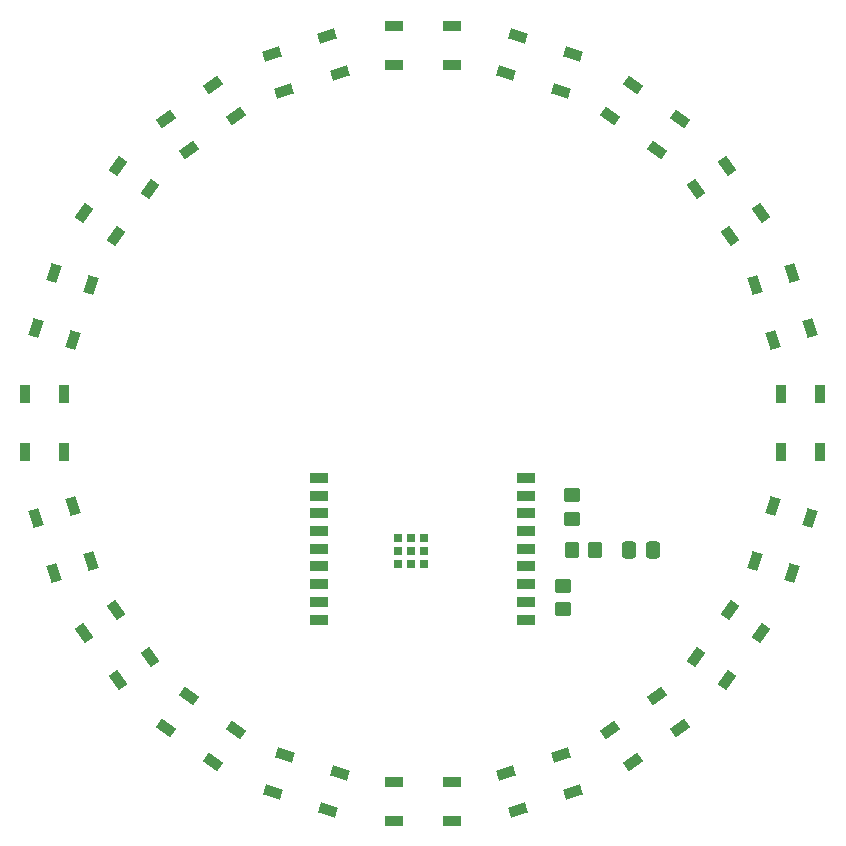
<source format=gbr>
%TF.GenerationSoftware,KiCad,Pcbnew,8.0.2*%
%TF.CreationDate,2024-09-15T21:25:22+02:00*%
%TF.ProjectId,LED_Coaster,4c45445f-436f-4617-9374-65722e6b6963,rev?*%
%TF.SameCoordinates,Original*%
%TF.FileFunction,Paste,Bot*%
%TF.FilePolarity,Positive*%
%FSLAX46Y46*%
G04 Gerber Fmt 4.6, Leading zero omitted, Abs format (unit mm)*
G04 Created by KiCad (PCBNEW 8.0.2) date 2024-09-15 21:25:22*
%MOMM*%
%LPD*%
G01*
G04 APERTURE LIST*
G04 Aperture macros list*
%AMRoundRect*
0 Rectangle with rounded corners*
0 $1 Rounding radius*
0 $2 $3 $4 $5 $6 $7 $8 $9 X,Y pos of 4 corners*
0 Add a 4 corners polygon primitive as box body*
4,1,4,$2,$3,$4,$5,$6,$7,$8,$9,$2,$3,0*
0 Add four circle primitives for the rounded corners*
1,1,$1+$1,$2,$3*
1,1,$1+$1,$4,$5*
1,1,$1+$1,$6,$7*
1,1,$1+$1,$8,$9*
0 Add four rect primitives between the rounded corners*
20,1,$1+$1,$2,$3,$4,$5,0*
20,1,$1+$1,$4,$5,$6,$7,0*
20,1,$1+$1,$6,$7,$8,$9,0*
20,1,$1+$1,$8,$9,$2,$3,0*%
%AMRotRect*
0 Rectangle, with rotation*
0 The origin of the aperture is its center*
0 $1 length*
0 $2 width*
0 $3 Rotation angle, in degrees counterclockwise*
0 Add horizontal line*
21,1,$1,$2,0,0,$3*%
G04 Aperture macros list end*
%ADD10R,0.900000X1.500000*%
%ADD11RotRect,1.500000X0.900000X216.000000*%
%ADD12R,1.500000X0.900000*%
%ADD13RotRect,1.500000X0.900000X54.000000*%
%ADD14RoundRect,0.250000X0.350000X0.450000X-0.350000X0.450000X-0.350000X-0.450000X0.350000X-0.450000X0*%
%ADD15RotRect,1.500000X0.900000X72.000000*%
%ADD16RotRect,1.500000X0.900000X198.000000*%
%ADD17RotRect,1.500000X0.900000X234.000000*%
%ADD18RoundRect,0.250000X-0.337500X-0.475000X0.337500X-0.475000X0.337500X0.475000X-0.337500X0.475000X0*%
%ADD19RotRect,1.500000X0.900000X108.000000*%
%ADD20R,0.700000X0.700000*%
%ADD21RotRect,1.500000X0.900000X144.000000*%
%ADD22RotRect,1.500000X0.900000X36.000000*%
%ADD23RotRect,1.500000X0.900000X306.000000*%
%ADD24RoundRect,0.250000X0.450000X-0.350000X0.450000X0.350000X-0.450000X0.350000X-0.450000X-0.350000X0*%
%ADD25RotRect,1.500000X0.900000X162.000000*%
%ADD26RotRect,1.500000X0.900000X324.000000*%
%ADD27RotRect,1.500000X0.900000X18.000000*%
%ADD28RotRect,1.500000X0.900000X252.000000*%
%ADD29RoundRect,0.250000X-0.450000X0.350000X-0.450000X-0.350000X0.450000X-0.350000X0.450000X0.350000X0*%
%ADD30RotRect,1.500000X0.900000X126.000000*%
%ADD31RotRect,1.500000X0.900000X342.000000*%
%ADD32RotRect,1.500000X0.900000X288.000000*%
G04 APERTURE END LIST*
D10*
%TO.C,D11*%
X119656579Y-82429224D03*
X116356579Y-82429224D03*
X116356579Y-77529224D03*
X119656579Y-77529224D03*
%TD*%
D11*
%TO.C,D18*%
X169830677Y-103117140D03*
X171770368Y-105786896D03*
X167806185Y-108667044D03*
X165866494Y-105997288D03*
%TD*%
D12*
%TO.C,D16*%
X152470908Y-110348802D03*
X152470908Y-113648802D03*
X147570908Y-113648802D03*
X147570908Y-110348802D03*
%TD*%
D13*
%TO.C,D9*%
X124008900Y-64123198D03*
X121339144Y-62183507D03*
X124219292Y-58219324D03*
X126889048Y-60159015D03*
%TD*%
D14*
%TO.C,R1*%
X164600000Y-90720000D03*
X162600000Y-90720000D03*
%TD*%
D15*
%TO.C,D10*%
X120380915Y-72947734D03*
X117242427Y-71927977D03*
X118756609Y-67267800D03*
X121895097Y-68287557D03*
%TD*%
D16*
%TO.C,D17*%
X161720913Y-108101313D03*
X162740670Y-111239801D03*
X158080493Y-112753983D03*
X157060736Y-109615495D03*
%TD*%
D17*
%TO.C,D19*%
X175999563Y-95855247D03*
X178669319Y-97794938D03*
X175789171Y-101759121D03*
X173119415Y-99819430D03*
%TD*%
D18*
%TO.C,C3*%
X167452500Y-90710000D03*
X169527500Y-90710000D03*
%TD*%
D19*
%TO.C,D12*%
X121904414Y-91707989D03*
X118765926Y-92727746D03*
X117251744Y-88067569D03*
X120390232Y-87047812D03*
%TD*%
D12*
%TO.C,U1*%
X158750000Y-84640000D03*
X158750000Y-86140000D03*
X158750000Y-87640000D03*
X158750000Y-89140000D03*
X158750000Y-90640000D03*
X158750000Y-92140000D03*
X158750000Y-93640000D03*
X158750000Y-95140000D03*
X158750000Y-96640000D03*
X141250000Y-96640000D03*
X141250000Y-95140000D03*
X141250000Y-93640000D03*
X141250000Y-92140000D03*
X141250000Y-90640000D03*
X141250000Y-89140000D03*
X141250000Y-87640000D03*
X141250000Y-86140000D03*
X141250000Y-84640000D03*
D20*
X150140000Y-89740000D03*
X149040000Y-89740000D03*
X147940000Y-89740000D03*
X150140000Y-90840000D03*
X149040000Y-90840000D03*
X147940000Y-90840000D03*
X150140000Y-91940000D03*
X149040000Y-91940000D03*
X147940000Y-91940000D03*
%TD*%
D21*
%TO.C,D14*%
X134159524Y-105985752D03*
X132219833Y-108655508D03*
X128255650Y-105775360D03*
X130195341Y-103105604D03*
%TD*%
D22*
%TO.C,D8*%
X130184943Y-56897682D03*
X128245252Y-54227926D03*
X132209435Y-51347778D03*
X134149126Y-54017534D03*
%TD*%
D23*
%TO.C,D3*%
X173116426Y-60176700D03*
X175786182Y-58237009D03*
X178666330Y-62201192D03*
X175996574Y-64140883D03*
%TD*%
D24*
%TO.C,R4*%
X161830000Y-95780000D03*
X161830000Y-93780000D03*
%TD*%
D25*
%TO.C,D15*%
X142958124Y-109623055D03*
X141938367Y-112761543D03*
X137278190Y-111247361D03*
X138297947Y-108108873D03*
%TD*%
D26*
%TO.C,D4*%
X165869340Y-54024494D03*
X167809031Y-51354738D03*
X171773214Y-54234886D03*
X169833523Y-56904642D03*
%TD*%
D27*
%TO.C,D7*%
X138286426Y-51896228D03*
X137266669Y-48757740D03*
X141926846Y-47243558D03*
X142946603Y-50382046D03*
%TD*%
D10*
%TO.C,D1*%
X180350000Y-77550000D03*
X183650000Y-77550000D03*
X183650000Y-82450000D03*
X180350000Y-82450000D03*
%TD*%
D28*
%TO.C,D20*%
X179641726Y-87051246D03*
X182780214Y-88071003D03*
X181266032Y-92731180D03*
X178127544Y-91711423D03*
%TD*%
D29*
%TO.C,R3*%
X162630000Y-86080000D03*
X162630000Y-88080000D03*
%TD*%
D30*
%TO.C,D13*%
X126896882Y-99801803D03*
X124227126Y-101741494D03*
X121346978Y-97777311D03*
X124016734Y-95837620D03*
%TD*%
D31*
%TO.C,D5*%
X157050656Y-50385886D03*
X158070413Y-47247398D03*
X162730590Y-48761580D03*
X161710833Y-51900068D03*
%TD*%
D12*
%TO.C,D6*%
X147558307Y-49646217D03*
X147558307Y-46346217D03*
X152458307Y-46346217D03*
X152458307Y-49646217D03*
%TD*%
D32*
%TO.C,D2*%
X178095250Y-68293363D03*
X181233738Y-67273606D03*
X182747920Y-71933783D03*
X179609432Y-72953540D03*
%TD*%
M02*

</source>
